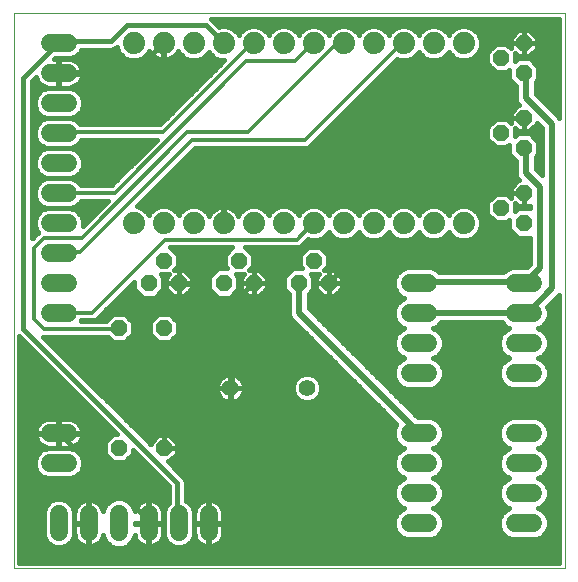
<source format=gbl>
G75*
%MOIN*%
%OFA0B0*%
%FSLAX25Y25*%
%IPPOS*%
%LPD*%
%AMOC8*
5,1,8,0,0,1.08239X$1,22.5*
%
%ADD10C,0.00000*%
%ADD11OC8,0.05200*%
%ADD12C,0.05543*%
%ADD13C,0.07400*%
%ADD14C,0.06000*%
%ADD15C,0.01600*%
%ADD16C,0.01200*%
%ADD17C,0.02000*%
D10*
X0001800Y0001800D02*
X0001800Y0186761D01*
X0185501Y0186761D01*
X0185501Y0001800D01*
X0001800Y0001800D01*
D11*
X0036800Y0041800D03*
X0051800Y0041800D03*
X0051800Y0081800D03*
X0036800Y0081800D03*
X0046800Y0096800D03*
X0051800Y0104300D03*
X0056800Y0096800D03*
X0071800Y0096800D03*
X0076800Y0104300D03*
X0081800Y0096800D03*
X0096800Y0096800D03*
X0101800Y0104300D03*
X0106800Y0096800D03*
X0164300Y0121800D03*
X0171800Y0116800D03*
X0171800Y0126800D03*
X0171800Y0141800D03*
X0164300Y0146800D03*
X0171800Y0151800D03*
X0171800Y0166800D03*
X0164300Y0171800D03*
X0171800Y0176800D03*
D12*
X0099595Y0061800D03*
X0074005Y0061800D03*
D13*
X0071800Y0116800D03*
X0081800Y0116800D03*
X0091800Y0116800D03*
X0101800Y0116800D03*
X0111800Y0116800D03*
X0121800Y0116800D03*
X0131800Y0116800D03*
X0141800Y0116800D03*
X0151800Y0116800D03*
X0151800Y0176800D03*
X0141800Y0176800D03*
X0131800Y0176800D03*
X0121800Y0176800D03*
X0111800Y0176800D03*
X0101800Y0176800D03*
X0091800Y0176800D03*
X0081800Y0176800D03*
X0071800Y0176800D03*
X0061800Y0176800D03*
X0051800Y0176800D03*
X0041800Y0176800D03*
X0041800Y0116800D03*
X0051800Y0116800D03*
X0061800Y0116800D03*
D14*
X0019800Y0116800D02*
X0013800Y0116800D01*
X0013800Y0106800D02*
X0019800Y0106800D01*
X0019800Y0096800D02*
X0013800Y0096800D01*
X0013800Y0086800D02*
X0019800Y0086800D01*
X0019800Y0126800D02*
X0013800Y0126800D01*
X0013800Y0136800D02*
X0019800Y0136800D01*
X0019800Y0146800D02*
X0013800Y0146800D01*
X0013800Y0156800D02*
X0019800Y0156800D01*
X0019800Y0166800D02*
X0013800Y0166800D01*
X0013800Y0176800D02*
X0019800Y0176800D01*
X0133800Y0096800D02*
X0139800Y0096800D01*
X0139800Y0086800D02*
X0133800Y0086800D01*
X0133800Y0076800D02*
X0139800Y0076800D01*
X0139800Y0066800D02*
X0133800Y0066800D01*
X0133800Y0046800D02*
X0139800Y0046800D01*
X0139800Y0036800D02*
X0133800Y0036800D01*
X0133800Y0026800D02*
X0139800Y0026800D01*
X0139800Y0016800D02*
X0133800Y0016800D01*
X0168800Y0016800D02*
X0174800Y0016800D01*
X0174800Y0026800D02*
X0168800Y0026800D01*
X0168800Y0036800D02*
X0174800Y0036800D01*
X0174800Y0046800D02*
X0168800Y0046800D01*
X0168800Y0066800D02*
X0174800Y0066800D01*
X0174800Y0076800D02*
X0168800Y0076800D01*
X0168800Y0086800D02*
X0174800Y0086800D01*
X0174800Y0096800D02*
X0168800Y0096800D01*
X0066800Y0019800D02*
X0066800Y0013800D01*
X0056800Y0013800D02*
X0056800Y0019800D01*
X0046800Y0019800D02*
X0046800Y0013800D01*
X0036800Y0013800D02*
X0036800Y0019800D01*
X0026800Y0019800D02*
X0026800Y0013800D01*
X0016800Y0013800D02*
X0016800Y0019800D01*
X0013800Y0036800D02*
X0019800Y0036800D01*
X0019800Y0046800D02*
X0013800Y0046800D01*
D15*
X0016600Y0046600D02*
X0009000Y0046600D01*
X0009000Y0046422D01*
X0009118Y0045676D01*
X0009352Y0044957D01*
X0009695Y0044284D01*
X0010139Y0043673D01*
X0010673Y0043139D01*
X0011284Y0042695D01*
X0011957Y0042352D01*
X0012676Y0042118D01*
X0013422Y0042000D01*
X0016600Y0042000D01*
X0016600Y0046600D01*
X0017000Y0046600D01*
X0017000Y0047000D01*
X0016600Y0047000D01*
X0016600Y0051600D01*
X0013422Y0051600D01*
X0012676Y0051482D01*
X0011957Y0051248D01*
X0011284Y0050905D01*
X0010673Y0050461D01*
X0010139Y0049927D01*
X0009695Y0049316D01*
X0009352Y0048643D01*
X0009118Y0047924D01*
X0009000Y0047178D01*
X0009000Y0047000D01*
X0016600Y0047000D01*
X0016600Y0046600D01*
X0016600Y0046447D02*
X0017000Y0046447D01*
X0017000Y0046600D02*
X0017000Y0042000D01*
X0020178Y0042000D01*
X0020924Y0042118D01*
X0021643Y0042352D01*
X0022316Y0042695D01*
X0022927Y0043139D01*
X0023461Y0043673D01*
X0023905Y0044284D01*
X0024248Y0044957D01*
X0024482Y0045676D01*
X0024600Y0046422D01*
X0024600Y0046600D01*
X0017000Y0046600D01*
X0017175Y0046500D02*
X0016800Y0046800D01*
X0017000Y0047000D02*
X0017000Y0051600D01*
X0020178Y0051600D01*
X0020924Y0051482D01*
X0021643Y0051248D01*
X0022316Y0050905D01*
X0022927Y0050461D01*
X0023461Y0049927D01*
X0023905Y0049316D01*
X0024248Y0048643D01*
X0024482Y0047924D01*
X0024600Y0047178D01*
X0024600Y0047000D01*
X0017000Y0047000D01*
X0017175Y0046500D02*
X0026625Y0037050D01*
X0026625Y0025575D01*
X0038775Y0025575D01*
X0046200Y0018150D01*
X0046200Y0016800D01*
X0046800Y0016800D01*
X0047000Y0016600D02*
X0047000Y0017000D01*
X0051600Y0017000D01*
X0051600Y0020178D01*
X0051482Y0020924D01*
X0051248Y0021643D01*
X0050905Y0022316D01*
X0050461Y0022927D01*
X0049927Y0023461D01*
X0049316Y0023905D01*
X0048643Y0024248D01*
X0047924Y0024482D01*
X0047178Y0024600D01*
X0047000Y0024600D01*
X0047000Y0017000D01*
X0046600Y0017000D01*
X0046600Y0024600D01*
X0046422Y0024600D01*
X0045676Y0024482D01*
X0044957Y0024248D01*
X0044284Y0023905D01*
X0043673Y0023461D01*
X0043139Y0022927D01*
X0042695Y0022316D01*
X0042352Y0021643D01*
X0042118Y0020924D01*
X0042100Y0020809D01*
X0042100Y0020854D01*
X0041293Y0022802D01*
X0039802Y0024293D01*
X0037854Y0025100D01*
X0035746Y0025100D01*
X0033798Y0024293D01*
X0032307Y0022802D01*
X0031500Y0020854D01*
X0031500Y0020809D01*
X0031482Y0020924D01*
X0031248Y0021643D01*
X0030905Y0022316D01*
X0030461Y0022927D01*
X0029927Y0023461D01*
X0029316Y0023905D01*
X0028643Y0024248D01*
X0027924Y0024482D01*
X0027178Y0024600D01*
X0027000Y0024600D01*
X0027000Y0017000D01*
X0026600Y0017000D01*
X0026600Y0024600D01*
X0026422Y0024600D01*
X0025676Y0024482D01*
X0024957Y0024248D01*
X0024284Y0023905D01*
X0023673Y0023461D01*
X0023139Y0022927D01*
X0022695Y0022316D01*
X0022352Y0021643D01*
X0022118Y0020924D01*
X0022000Y0020178D01*
X0022000Y0017000D01*
X0026600Y0017000D01*
X0026600Y0016600D01*
X0027000Y0016600D01*
X0027000Y0009000D01*
X0027178Y0009000D01*
X0027924Y0009118D01*
X0028643Y0009352D01*
X0029316Y0009695D01*
X0029927Y0010139D01*
X0030461Y0010673D01*
X0030905Y0011284D01*
X0031248Y0011957D01*
X0031482Y0012676D01*
X0031500Y0012791D01*
X0031500Y0012746D01*
X0032307Y0010798D01*
X0033798Y0009307D01*
X0035746Y0008500D01*
X0037854Y0008500D01*
X0039802Y0009307D01*
X0041293Y0010798D01*
X0042100Y0012746D01*
X0042100Y0012791D01*
X0042118Y0012676D01*
X0042352Y0011957D01*
X0042695Y0011284D01*
X0043139Y0010673D01*
X0043673Y0010139D01*
X0044284Y0009695D01*
X0044957Y0009352D01*
X0045676Y0009118D01*
X0046422Y0009000D01*
X0046600Y0009000D01*
X0046600Y0016600D01*
X0047000Y0016600D01*
X0051600Y0016600D01*
X0051600Y0013422D01*
X0051482Y0012676D01*
X0051248Y0011957D01*
X0050905Y0011284D01*
X0050461Y0010673D01*
X0049927Y0010139D01*
X0049316Y0009695D01*
X0048643Y0009352D01*
X0047924Y0009118D01*
X0047178Y0009000D01*
X0047000Y0009000D01*
X0047000Y0016600D01*
X0046600Y0016600D02*
X0042100Y0016600D01*
X0042100Y0017000D01*
X0046600Y0017000D01*
X0046600Y0016600D01*
X0046600Y0016075D02*
X0047000Y0016075D01*
X0047000Y0017673D02*
X0046600Y0017673D01*
X0046600Y0019272D02*
X0047000Y0019272D01*
X0047000Y0020870D02*
X0046600Y0020870D01*
X0046600Y0022469D02*
X0047000Y0022469D01*
X0047000Y0024068D02*
X0046600Y0024068D01*
X0044603Y0024068D02*
X0040028Y0024068D01*
X0041431Y0022469D02*
X0042806Y0022469D01*
X0042110Y0020870D02*
X0042093Y0020870D01*
X0048997Y0024068D02*
X0053525Y0024068D01*
X0053525Y0023596D02*
X0052561Y0022632D01*
X0051800Y0020795D01*
X0051800Y0012805D01*
X0052561Y0010968D01*
X0053968Y0009561D01*
X0055805Y0008800D01*
X0057795Y0008800D01*
X0059632Y0009561D01*
X0061039Y0010968D01*
X0061800Y0012805D01*
X0061800Y0020795D01*
X0061039Y0022632D01*
X0059632Y0024039D01*
X0059125Y0024249D01*
X0059125Y0030857D01*
X0058699Y0031886D01*
X0053185Y0037400D01*
X0053623Y0037400D01*
X0056200Y0039977D01*
X0056200Y0041800D01*
X0056200Y0043623D01*
X0053623Y0046200D01*
X0051800Y0046200D01*
X0051800Y0041800D01*
X0051800Y0041800D01*
X0056200Y0041800D01*
X0051800Y0041800D01*
X0051800Y0041800D01*
X0051800Y0046200D01*
X0049977Y0046200D01*
X0047400Y0043623D01*
X0047400Y0043185D01*
X0011585Y0079000D01*
X0033095Y0079000D01*
X0034895Y0077200D01*
X0038705Y0077200D01*
X0041400Y0079895D01*
X0041400Y0083705D01*
X0038705Y0086400D01*
X0034895Y0086400D01*
X0032695Y0084200D01*
X0024135Y0084200D01*
X0024218Y0084400D01*
X0028492Y0084400D01*
X0029448Y0084796D01*
X0041900Y0097248D01*
X0041900Y0094770D01*
X0044770Y0091900D01*
X0048830Y0091900D01*
X0051700Y0094770D01*
X0051700Y0098830D01*
X0050830Y0099700D01*
X0053477Y0099700D01*
X0052400Y0098623D01*
X0052400Y0096800D01*
X0056800Y0096800D01*
X0057000Y0096450D01*
X0065100Y0096450D01*
X0069825Y0091725D01*
X0074550Y0091725D01*
X0074550Y0062025D01*
X0074005Y0061800D01*
X0074091Y0061886D02*
X0078576Y0061886D01*
X0078576Y0062160D01*
X0078464Y0062871D01*
X0078241Y0063555D01*
X0077915Y0064196D01*
X0077492Y0064778D01*
X0076983Y0065287D01*
X0076401Y0065710D01*
X0075760Y0066037D01*
X0075075Y0066259D01*
X0074365Y0066372D01*
X0074091Y0066372D01*
X0074091Y0061886D01*
X0074091Y0061714D01*
X0078576Y0061714D01*
X0078576Y0061440D01*
X0078464Y0060729D01*
X0078241Y0060045D01*
X0077915Y0059404D01*
X0077492Y0058822D01*
X0076983Y0058313D01*
X0076401Y0057890D01*
X0075760Y0057563D01*
X0075075Y0057341D01*
X0074365Y0057228D01*
X0074091Y0057228D01*
X0074091Y0061714D01*
X0073919Y0061714D01*
X0073919Y0057228D01*
X0073645Y0057228D01*
X0072934Y0057341D01*
X0072250Y0057563D01*
X0071609Y0057890D01*
X0071026Y0058313D01*
X0070518Y0058822D01*
X0070095Y0059404D01*
X0069768Y0060045D01*
X0069546Y0060729D01*
X0069433Y0061440D01*
X0069433Y0061714D01*
X0073919Y0061714D01*
X0073919Y0061886D01*
X0073919Y0066372D01*
X0073645Y0066372D01*
X0072934Y0066259D01*
X0072250Y0066037D01*
X0071609Y0065710D01*
X0071026Y0065287D01*
X0070518Y0064778D01*
X0070095Y0064196D01*
X0069768Y0063555D01*
X0069546Y0062871D01*
X0069433Y0062160D01*
X0069433Y0061886D01*
X0073919Y0061886D01*
X0074091Y0061886D01*
X0074091Y0062432D02*
X0073919Y0062432D01*
X0073919Y0064030D02*
X0074091Y0064030D01*
X0074091Y0065629D02*
X0073919Y0065629D01*
X0076513Y0065629D02*
X0096676Y0065629D01*
X0096892Y0065845D02*
X0095550Y0064503D01*
X0094824Y0062749D01*
X0094824Y0060851D01*
X0095550Y0059097D01*
X0096892Y0057755D01*
X0098646Y0057028D01*
X0100544Y0057028D01*
X0102298Y0057755D01*
X0103640Y0059097D01*
X0104367Y0060851D01*
X0104367Y0062749D01*
X0103640Y0064503D01*
X0102298Y0065845D01*
X0100544Y0066572D01*
X0098646Y0066572D01*
X0096892Y0065845D01*
X0095354Y0064030D02*
X0077999Y0064030D01*
X0078533Y0062432D02*
X0094824Y0062432D01*
X0094831Y0060833D02*
X0078480Y0060833D01*
X0077792Y0059235D02*
X0095493Y0059235D01*
X0097179Y0057636D02*
X0075903Y0057636D01*
X0074091Y0057636D02*
X0073919Y0057636D01*
X0073919Y0059235D02*
X0074091Y0059235D01*
X0074091Y0060833D02*
X0073919Y0060833D01*
X0072107Y0057636D02*
X0032949Y0057636D01*
X0034547Y0056038D02*
X0123120Y0056038D01*
X0121522Y0057636D02*
X0102012Y0057636D01*
X0103698Y0059235D02*
X0119923Y0059235D01*
X0118325Y0060833D02*
X0104360Y0060833D01*
X0104367Y0062432D02*
X0116726Y0062432D01*
X0115128Y0064030D02*
X0103836Y0064030D01*
X0102515Y0065629D02*
X0113529Y0065629D01*
X0111931Y0067227D02*
X0023357Y0067227D01*
X0021759Y0068826D02*
X0110332Y0068826D01*
X0108734Y0070424D02*
X0020160Y0070424D01*
X0018562Y0072023D02*
X0107135Y0072023D01*
X0105537Y0073621D02*
X0016963Y0073621D01*
X0015365Y0075220D02*
X0103938Y0075220D01*
X0102340Y0076818D02*
X0013766Y0076818D01*
X0012168Y0078417D02*
X0033678Y0078417D01*
X0033306Y0084811D02*
X0029463Y0084811D01*
X0031061Y0086409D02*
X0093525Y0086409D01*
X0093525Y0086344D02*
X0094027Y0085131D01*
X0129331Y0049827D01*
X0129307Y0049802D01*
X0128500Y0047854D01*
X0128500Y0045746D01*
X0129307Y0043798D01*
X0130798Y0042307D01*
X0132022Y0041800D01*
X0130798Y0041293D01*
X0129307Y0039802D01*
X0128500Y0037854D01*
X0128500Y0035746D01*
X0129307Y0033798D01*
X0130798Y0032307D01*
X0132022Y0031800D01*
X0130798Y0031293D01*
X0129307Y0029802D01*
X0128500Y0027854D01*
X0128500Y0025746D01*
X0129307Y0023798D01*
X0130798Y0022307D01*
X0132022Y0021800D01*
X0130798Y0021293D01*
X0129307Y0019802D01*
X0128500Y0017854D01*
X0128500Y0015746D01*
X0129307Y0013798D01*
X0130798Y0012307D01*
X0132746Y0011500D01*
X0140854Y0011500D01*
X0142802Y0012307D01*
X0144293Y0013798D01*
X0145100Y0015746D01*
X0145100Y0017854D01*
X0144293Y0019802D01*
X0142802Y0021293D01*
X0141578Y0021800D01*
X0142802Y0022307D01*
X0144293Y0023798D01*
X0145100Y0025746D01*
X0145100Y0027854D01*
X0144293Y0029802D01*
X0142802Y0031293D01*
X0141578Y0031800D01*
X0142802Y0032307D01*
X0144293Y0033798D01*
X0145100Y0035746D01*
X0145100Y0037854D01*
X0144293Y0039802D01*
X0142802Y0041293D01*
X0141578Y0041800D01*
X0142802Y0042307D01*
X0144293Y0043798D01*
X0145100Y0045746D01*
X0145100Y0047854D01*
X0144293Y0049802D01*
X0142802Y0051293D01*
X0140854Y0052100D01*
X0136392Y0052100D01*
X0100125Y0088367D01*
X0100125Y0093195D01*
X0101700Y0094770D01*
X0101700Y0098830D01*
X0100830Y0099700D01*
X0103477Y0099700D01*
X0102400Y0098623D01*
X0102400Y0096800D01*
X0106800Y0096800D01*
X0106950Y0097125D01*
X0112350Y0102525D01*
X0146100Y0102525D01*
X0157575Y0114000D01*
X0157575Y0122100D01*
X0162300Y0126825D01*
X0171750Y0126825D01*
X0171800Y0126800D01*
X0171800Y0126800D01*
X0167400Y0126800D01*
X0167400Y0128623D01*
X0169977Y0131200D01*
X0170133Y0131200D01*
X0169627Y0131706D01*
X0169125Y0132919D01*
X0169125Y0137545D01*
X0166900Y0139770D01*
X0166900Y0142895D01*
X0166205Y0142200D01*
X0162395Y0142200D01*
X0159700Y0144895D01*
X0159700Y0148705D01*
X0162395Y0151400D01*
X0166205Y0151400D01*
X0167400Y0150205D01*
X0167400Y0151800D01*
X0171800Y0151800D01*
X0171800Y0151800D01*
X0171800Y0147400D01*
X0173623Y0147400D01*
X0176200Y0149977D01*
X0176200Y0150108D01*
X0177900Y0148408D01*
X0177900Y0132767D01*
X0175725Y0134942D01*
X0175725Y0138795D01*
X0176700Y0139770D01*
X0176700Y0143830D01*
X0173830Y0146700D01*
X0169770Y0146700D01*
X0168900Y0145830D01*
X0168900Y0148477D01*
X0169977Y0147400D01*
X0171800Y0147400D01*
X0171800Y0151800D01*
X0171800Y0151800D01*
X0167400Y0151800D01*
X0167400Y0153623D01*
X0169977Y0156200D01*
X0170108Y0156200D01*
X0169627Y0156681D01*
X0169125Y0157894D01*
X0169125Y0162545D01*
X0166900Y0164770D01*
X0166900Y0167895D01*
X0166205Y0167200D01*
X0162395Y0167200D01*
X0159700Y0169895D01*
X0159700Y0173705D01*
X0162395Y0176400D01*
X0166205Y0176400D01*
X0167400Y0175205D01*
X0167400Y0176800D01*
X0171800Y0176800D01*
X0171800Y0176800D01*
X0171800Y0181200D01*
X0173623Y0181200D01*
X0176200Y0178623D01*
X0176200Y0176800D01*
X0171800Y0176800D01*
X0171800Y0176800D01*
X0171800Y0176800D01*
X0171800Y0181200D01*
X0169977Y0181200D01*
X0167400Y0178623D01*
X0167400Y0176800D01*
X0171800Y0176800D01*
X0176200Y0176800D01*
X0176200Y0174977D01*
X0173623Y0172400D01*
X0171800Y0172400D01*
X0171800Y0176800D01*
X0171800Y0176800D01*
X0171800Y0172400D01*
X0169977Y0172400D01*
X0168900Y0173477D01*
X0168900Y0170830D01*
X0169770Y0171700D01*
X0173830Y0171700D01*
X0176700Y0168830D01*
X0176700Y0164770D01*
X0175725Y0163795D01*
X0175725Y0159917D01*
X0183069Y0152573D01*
X0183701Y0151941D01*
X0183701Y0184961D01*
X0067624Y0184961D01*
X0070255Y0182330D01*
X0070666Y0182500D01*
X0072934Y0182500D01*
X0075029Y0181632D01*
X0076632Y0180029D01*
X0076800Y0179624D01*
X0076968Y0180029D01*
X0078571Y0181632D01*
X0080666Y0182500D01*
X0082934Y0182500D01*
X0085029Y0181632D01*
X0086632Y0180029D01*
X0086800Y0179624D01*
X0086968Y0180029D01*
X0088571Y0181632D01*
X0090666Y0182500D01*
X0092934Y0182500D01*
X0095029Y0181632D01*
X0096632Y0180029D01*
X0096800Y0179624D01*
X0096968Y0180029D01*
X0098571Y0181632D01*
X0100666Y0182500D01*
X0102934Y0182500D01*
X0105029Y0181632D01*
X0106632Y0180029D01*
X0106800Y0179624D01*
X0106968Y0180029D01*
X0108571Y0181632D01*
X0110666Y0182500D01*
X0112934Y0182500D01*
X0115029Y0181632D01*
X0116632Y0180029D01*
X0116800Y0179624D01*
X0116968Y0180029D01*
X0118571Y0181632D01*
X0120666Y0182500D01*
X0122934Y0182500D01*
X0125029Y0181632D01*
X0126632Y0180029D01*
X0126800Y0179624D01*
X0126968Y0180029D01*
X0128571Y0181632D01*
X0130666Y0182500D01*
X0132934Y0182500D01*
X0135029Y0181632D01*
X0136632Y0180029D01*
X0136800Y0179624D01*
X0136968Y0180029D01*
X0138571Y0181632D01*
X0140666Y0182500D01*
X0142934Y0182500D01*
X0145029Y0181632D01*
X0146632Y0180029D01*
X0146800Y0179624D01*
X0146968Y0180029D01*
X0148571Y0181632D01*
X0150666Y0182500D01*
X0152934Y0182500D01*
X0155029Y0181632D01*
X0156632Y0180029D01*
X0157500Y0177934D01*
X0157500Y0175666D01*
X0156632Y0173571D01*
X0155029Y0171968D01*
X0152934Y0171100D01*
X0150666Y0171100D01*
X0148571Y0171968D01*
X0146968Y0173571D01*
X0146800Y0173976D01*
X0146632Y0173571D01*
X0145029Y0171968D01*
X0142934Y0171100D01*
X0140666Y0171100D01*
X0138571Y0171968D01*
X0136968Y0173571D01*
X0136800Y0173976D01*
X0136632Y0173571D01*
X0135029Y0171968D01*
X0132934Y0171100D01*
X0130666Y0171100D01*
X0129666Y0171514D01*
X0100323Y0142171D01*
X0099367Y0141775D01*
X0062127Y0141775D01*
X0042852Y0122500D01*
X0042934Y0122500D01*
X0045029Y0121632D01*
X0046632Y0120029D01*
X0046800Y0119624D01*
X0046968Y0120029D01*
X0048571Y0121632D01*
X0050666Y0122500D01*
X0052934Y0122500D01*
X0055029Y0121632D01*
X0056632Y0120029D01*
X0056800Y0119624D01*
X0056968Y0120029D01*
X0058571Y0121632D01*
X0060666Y0122500D01*
X0062934Y0122500D01*
X0065029Y0121632D01*
X0066632Y0120029D01*
X0066919Y0119336D01*
X0067096Y0119683D01*
X0067605Y0120383D01*
X0068217Y0120995D01*
X0068917Y0121504D01*
X0069689Y0121897D01*
X0070512Y0122165D01*
X0071367Y0122300D01*
X0071600Y0122300D01*
X0071600Y0117000D01*
X0072000Y0117000D01*
X0072000Y0122300D01*
X0072233Y0122300D01*
X0073088Y0122165D01*
X0073911Y0121897D01*
X0074683Y0121504D01*
X0075383Y0120995D01*
X0075995Y0120383D01*
X0076504Y0119683D01*
X0076681Y0119336D01*
X0076968Y0120029D01*
X0078571Y0121632D01*
X0080666Y0122500D01*
X0082934Y0122500D01*
X0085029Y0121632D01*
X0086632Y0120029D01*
X0086800Y0119624D01*
X0086968Y0120029D01*
X0088571Y0121632D01*
X0090666Y0122500D01*
X0092934Y0122500D01*
X0095029Y0121632D01*
X0096632Y0120029D01*
X0096800Y0119624D01*
X0096968Y0120029D01*
X0098571Y0121632D01*
X0100666Y0122500D01*
X0102934Y0122500D01*
X0105029Y0121632D01*
X0106632Y0120029D01*
X0106800Y0119624D01*
X0106968Y0120029D01*
X0108571Y0121632D01*
X0110666Y0122500D01*
X0112934Y0122500D01*
X0115029Y0121632D01*
X0116632Y0120029D01*
X0116800Y0119624D01*
X0116968Y0120029D01*
X0118571Y0121632D01*
X0120666Y0122500D01*
X0122934Y0122500D01*
X0125029Y0121632D01*
X0126632Y0120029D01*
X0126800Y0119624D01*
X0126968Y0120029D01*
X0128571Y0121632D01*
X0130666Y0122500D01*
X0132934Y0122500D01*
X0135029Y0121632D01*
X0136632Y0120029D01*
X0136800Y0119624D01*
X0136968Y0120029D01*
X0138571Y0121632D01*
X0140666Y0122500D01*
X0142934Y0122500D01*
X0145029Y0121632D01*
X0146632Y0120029D01*
X0146800Y0119624D01*
X0146968Y0120029D01*
X0148571Y0121632D01*
X0150666Y0122500D01*
X0152934Y0122500D01*
X0155029Y0121632D01*
X0156632Y0120029D01*
X0157500Y0117934D01*
X0157500Y0115666D01*
X0156632Y0113571D01*
X0155029Y0111968D01*
X0152934Y0111100D01*
X0150666Y0111100D01*
X0148571Y0111968D01*
X0146968Y0113571D01*
X0146800Y0113976D01*
X0146632Y0113571D01*
X0145029Y0111968D01*
X0142934Y0111100D01*
X0140666Y0111100D01*
X0138571Y0111968D01*
X0136968Y0113571D01*
X0136800Y0113976D01*
X0136632Y0113571D01*
X0135029Y0111968D01*
X0132934Y0111100D01*
X0130666Y0111100D01*
X0128571Y0111968D01*
X0126968Y0113571D01*
X0126800Y0113976D01*
X0126632Y0113571D01*
X0125029Y0111968D01*
X0122934Y0111100D01*
X0120666Y0111100D01*
X0118571Y0111968D01*
X0116968Y0113571D01*
X0116800Y0113976D01*
X0116632Y0113571D01*
X0115029Y0111968D01*
X0112934Y0111100D01*
X0110666Y0111100D01*
X0108571Y0111968D01*
X0106968Y0113571D01*
X0106800Y0113976D01*
X0106632Y0113571D01*
X0105029Y0111968D01*
X0102934Y0111100D01*
X0100666Y0111100D01*
X0099931Y0111404D01*
X0097623Y0109096D01*
X0096667Y0108700D01*
X0078905Y0108700D01*
X0081400Y0106205D01*
X0081400Y0102395D01*
X0080205Y0101200D01*
X0081800Y0101200D01*
X0083623Y0101200D01*
X0086200Y0098623D01*
X0086200Y0096800D01*
X0081800Y0096800D01*
X0081300Y0096450D01*
X0076575Y0091725D01*
X0074550Y0091725D01*
X0073830Y0091900D02*
X0076700Y0094770D01*
X0076700Y0098830D01*
X0075830Y0099700D01*
X0078477Y0099700D01*
X0077400Y0098623D01*
X0077400Y0096800D01*
X0081800Y0096800D01*
X0081800Y0096800D01*
X0081800Y0096800D01*
X0081800Y0101200D01*
X0081800Y0096800D01*
X0086200Y0096800D01*
X0086200Y0094977D01*
X0083623Y0092400D01*
X0081800Y0092400D01*
X0081800Y0096800D01*
X0081800Y0096800D01*
X0081800Y0096800D01*
X0081800Y0092400D01*
X0079977Y0092400D01*
X0077400Y0094977D01*
X0077400Y0096800D01*
X0081800Y0096800D01*
X0081800Y0097599D02*
X0081800Y0097599D01*
X0081800Y0096001D02*
X0081800Y0096001D01*
X0081800Y0094402D02*
X0081800Y0094402D01*
X0081800Y0092803D02*
X0081800Y0092803D01*
X0084026Y0092803D02*
X0093525Y0092803D01*
X0093525Y0093145D02*
X0093525Y0086344D01*
X0093525Y0088008D02*
X0032660Y0088008D01*
X0034258Y0089606D02*
X0093525Y0089606D01*
X0093525Y0091205D02*
X0035857Y0091205D01*
X0037455Y0092803D02*
X0043867Y0092803D01*
X0042268Y0094402D02*
X0039054Y0094402D01*
X0040652Y0096001D02*
X0041900Y0096001D01*
X0049733Y0092803D02*
X0054574Y0092803D01*
X0054977Y0092400D02*
X0052400Y0094977D01*
X0052400Y0096800D01*
X0056800Y0096800D01*
X0056800Y0096800D01*
X0056800Y0101200D01*
X0058623Y0101200D01*
X0061200Y0098623D01*
X0061200Y0096800D01*
X0056800Y0096800D01*
X0056800Y0096800D01*
X0056800Y0101200D01*
X0055205Y0101200D01*
X0056400Y0102395D01*
X0056400Y0106205D01*
X0053905Y0108700D01*
X0074695Y0108700D01*
X0072200Y0106205D01*
X0072200Y0102395D01*
X0072895Y0101700D01*
X0069770Y0101700D01*
X0066900Y0098830D01*
X0066900Y0094770D01*
X0069770Y0091900D01*
X0073830Y0091900D01*
X0074733Y0092803D02*
X0079574Y0092803D01*
X0077975Y0094402D02*
X0076332Y0094402D01*
X0076700Y0096001D02*
X0077400Y0096001D01*
X0077400Y0097599D02*
X0076700Y0097599D01*
X0076332Y0099198D02*
X0077975Y0099198D01*
X0081800Y0099198D02*
X0081800Y0099198D01*
X0081800Y0100796D02*
X0081800Y0100796D01*
X0081400Y0102395D02*
X0097200Y0102395D01*
X0097895Y0101700D01*
X0094770Y0101700D01*
X0091900Y0098830D01*
X0091900Y0094770D01*
X0093525Y0093145D01*
X0092268Y0094402D02*
X0085625Y0094402D01*
X0086200Y0096001D02*
X0091900Y0096001D01*
X0091900Y0097599D02*
X0086200Y0097599D01*
X0085625Y0099198D02*
X0092268Y0099198D01*
X0093866Y0100796D02*
X0084026Y0100796D01*
X0081400Y0103993D02*
X0097200Y0103993D01*
X0097200Y0102395D02*
X0097200Y0106205D01*
X0099895Y0108900D01*
X0103705Y0108900D01*
X0106400Y0106205D01*
X0106400Y0102395D01*
X0105205Y0101200D01*
X0106800Y0101200D01*
X0106800Y0096800D01*
X0106800Y0096800D01*
X0111200Y0096800D01*
X0111200Y0098623D01*
X0108623Y0101200D01*
X0106800Y0101200D01*
X0106800Y0096800D01*
X0106800Y0096800D01*
X0111200Y0096800D01*
X0111200Y0094977D01*
X0108623Y0092400D01*
X0106800Y0092400D01*
X0106800Y0096800D01*
X0106800Y0096800D01*
X0106800Y0096800D01*
X0106800Y0092400D01*
X0104977Y0092400D01*
X0102400Y0094977D01*
X0102400Y0096800D01*
X0106800Y0096800D01*
X0106800Y0097599D02*
X0106800Y0097599D01*
X0106800Y0096001D02*
X0106800Y0096001D01*
X0106800Y0094402D02*
X0106800Y0094402D01*
X0106800Y0092803D02*
X0106800Y0092803D01*
X0109026Y0092803D02*
X0130301Y0092803D01*
X0130798Y0092307D02*
X0132022Y0091800D01*
X0130798Y0091293D01*
X0129307Y0089802D01*
X0128500Y0087854D01*
X0128500Y0085746D01*
X0129307Y0083798D01*
X0130798Y0082307D01*
X0132022Y0081800D01*
X0130798Y0081293D01*
X0129307Y0079802D01*
X0128500Y0077854D01*
X0128500Y0075746D01*
X0129307Y0073798D01*
X0130798Y0072307D01*
X0132022Y0071800D01*
X0130798Y0071293D01*
X0129307Y0069802D01*
X0128500Y0067854D01*
X0128500Y0065746D01*
X0129307Y0063798D01*
X0130798Y0062307D01*
X0132746Y0061500D01*
X0140854Y0061500D01*
X0142802Y0062307D01*
X0144293Y0063798D01*
X0145100Y0065746D01*
X0145100Y0067854D01*
X0144293Y0069802D01*
X0142802Y0071293D01*
X0141578Y0071800D01*
X0142802Y0072307D01*
X0144293Y0073798D01*
X0145100Y0075746D01*
X0145100Y0077854D01*
X0144293Y0079802D01*
X0142802Y0081293D01*
X0141578Y0081800D01*
X0142802Y0082307D01*
X0144195Y0083700D01*
X0164405Y0083700D01*
X0165798Y0082307D01*
X0167022Y0081800D01*
X0165798Y0081293D01*
X0164307Y0079802D01*
X0163500Y0077854D01*
X0163500Y0075746D01*
X0164307Y0073798D01*
X0165798Y0072307D01*
X0167022Y0071800D01*
X0165798Y0071293D01*
X0164307Y0069802D01*
X0163500Y0067854D01*
X0163500Y0065746D01*
X0164307Y0063798D01*
X0165798Y0062307D01*
X0167746Y0061500D01*
X0175854Y0061500D01*
X0177802Y0062307D01*
X0179293Y0063798D01*
X0180100Y0065746D01*
X0180100Y0067854D01*
X0179293Y0069802D01*
X0177802Y0071293D01*
X0176578Y0071800D01*
X0177802Y0072307D01*
X0179293Y0073798D01*
X0180100Y0075746D01*
X0180100Y0077854D01*
X0179293Y0079802D01*
X0177802Y0081293D01*
X0176578Y0081800D01*
X0177802Y0082307D01*
X0179293Y0083798D01*
X0180100Y0085746D01*
X0180100Y0087854D01*
X0179667Y0088900D01*
X0183701Y0092934D01*
X0183701Y0003600D01*
X0003600Y0003600D01*
X0003600Y0079065D01*
X0036265Y0046400D01*
X0034895Y0046400D01*
X0032200Y0043705D01*
X0032200Y0039895D01*
X0034895Y0037200D01*
X0038705Y0037200D01*
X0041400Y0039895D01*
X0041400Y0041265D01*
X0053525Y0029140D01*
X0053525Y0023596D01*
X0052494Y0022469D02*
X0050794Y0022469D01*
X0051490Y0020870D02*
X0051831Y0020870D01*
X0051800Y0019272D02*
X0051600Y0019272D01*
X0051600Y0017673D02*
X0051800Y0017673D01*
X0051800Y0016075D02*
X0051600Y0016075D01*
X0051600Y0014476D02*
X0051800Y0014476D01*
X0051800Y0012878D02*
X0051514Y0012878D01*
X0050902Y0011279D02*
X0052432Y0011279D01*
X0053848Y0009681D02*
X0049289Y0009681D01*
X0047000Y0009681D02*
X0046600Y0009681D01*
X0046600Y0011279D02*
X0047000Y0011279D01*
X0047000Y0012878D02*
X0046600Y0012878D01*
X0046600Y0014476D02*
X0047000Y0014476D01*
X0042698Y0011279D02*
X0041493Y0011279D01*
X0040176Y0009681D02*
X0044311Y0009681D01*
X0033424Y0009681D02*
X0029289Y0009681D01*
X0030902Y0011279D02*
X0032107Y0011279D01*
X0027000Y0011279D02*
X0026600Y0011279D01*
X0026600Y0009681D02*
X0027000Y0009681D01*
X0026600Y0009000D02*
X0026600Y0016600D01*
X0022000Y0016600D01*
X0022000Y0013422D01*
X0022118Y0012676D01*
X0022352Y0011957D01*
X0022695Y0011284D01*
X0023139Y0010673D01*
X0023673Y0010139D01*
X0024284Y0009695D01*
X0024957Y0009352D01*
X0025676Y0009118D01*
X0026422Y0009000D01*
X0026600Y0009000D01*
X0024311Y0009681D02*
X0019752Y0009681D01*
X0019632Y0009561D02*
X0021039Y0010968D01*
X0021800Y0012805D01*
X0021800Y0020795D01*
X0021039Y0022632D01*
X0019632Y0024039D01*
X0017795Y0024800D01*
X0015805Y0024800D01*
X0013968Y0024039D01*
X0012561Y0022632D01*
X0011800Y0020795D01*
X0011800Y0012805D01*
X0012561Y0010968D01*
X0013968Y0009561D01*
X0015805Y0008800D01*
X0017795Y0008800D01*
X0019632Y0009561D01*
X0021168Y0011279D02*
X0022698Y0011279D01*
X0022086Y0012878D02*
X0021800Y0012878D01*
X0021800Y0014476D02*
X0022000Y0014476D01*
X0022000Y0016075D02*
X0021800Y0016075D01*
X0021800Y0017673D02*
X0022000Y0017673D01*
X0022000Y0019272D02*
X0021800Y0019272D01*
X0021769Y0020870D02*
X0022110Y0020870D01*
X0022806Y0022469D02*
X0021106Y0022469D01*
X0019563Y0024068D02*
X0024603Y0024068D01*
X0026600Y0024068D02*
X0027000Y0024068D01*
X0026625Y0025575D02*
X0026625Y0016800D01*
X0026800Y0016800D01*
X0026600Y0016075D02*
X0027000Y0016075D01*
X0027000Y0017673D02*
X0026600Y0017673D01*
X0026600Y0019272D02*
X0027000Y0019272D01*
X0027000Y0020870D02*
X0026600Y0020870D01*
X0026600Y0022469D02*
X0027000Y0022469D01*
X0028997Y0024068D02*
X0033572Y0024068D01*
X0032169Y0022469D02*
X0030794Y0022469D01*
X0031490Y0020870D02*
X0031507Y0020870D01*
X0027000Y0014476D02*
X0026600Y0014476D01*
X0026600Y0012878D02*
X0027000Y0012878D01*
X0013848Y0009681D02*
X0003600Y0009681D01*
X0003600Y0011279D02*
X0012432Y0011279D01*
X0011800Y0012878D02*
X0003600Y0012878D01*
X0003600Y0014476D02*
X0011800Y0014476D01*
X0011800Y0016075D02*
X0003600Y0016075D01*
X0003600Y0017673D02*
X0011800Y0017673D01*
X0011800Y0019272D02*
X0003600Y0019272D01*
X0003600Y0020870D02*
X0011831Y0020870D01*
X0012494Y0022469D02*
X0003600Y0022469D01*
X0003600Y0024068D02*
X0014037Y0024068D01*
X0012805Y0031800D02*
X0020795Y0031800D01*
X0022632Y0032561D01*
X0024039Y0033968D01*
X0024800Y0035805D01*
X0024800Y0037795D01*
X0024039Y0039632D01*
X0022632Y0041039D01*
X0020795Y0041800D01*
X0012805Y0041800D01*
X0010968Y0041039D01*
X0009561Y0039632D01*
X0008800Y0037795D01*
X0008800Y0035805D01*
X0009561Y0033968D01*
X0010968Y0032561D01*
X0012805Y0031800D01*
X0012178Y0032060D02*
X0003600Y0032060D01*
X0003600Y0030462D02*
X0052204Y0030462D01*
X0053525Y0028863D02*
X0003600Y0028863D01*
X0003600Y0027265D02*
X0053525Y0027265D01*
X0053525Y0025666D02*
X0003600Y0025666D01*
X0003600Y0033659D02*
X0009870Y0033659D01*
X0009027Y0035257D02*
X0003600Y0035257D01*
X0003600Y0036856D02*
X0008800Y0036856D01*
X0009073Y0038454D02*
X0003600Y0038454D01*
X0003600Y0040053D02*
X0009982Y0040053D01*
X0012446Y0041651D02*
X0003600Y0041651D01*
X0003600Y0043250D02*
X0010562Y0043250D01*
X0009407Y0044848D02*
X0003600Y0044848D01*
X0003600Y0046447D02*
X0009000Y0046447D01*
X0009158Y0048045D02*
X0003600Y0048045D01*
X0003600Y0049644D02*
X0009933Y0049644D01*
X0011945Y0051242D02*
X0003600Y0051242D01*
X0003600Y0052841D02*
X0029824Y0052841D01*
X0028226Y0054439D02*
X0003600Y0054439D01*
X0003600Y0056038D02*
X0026627Y0056038D01*
X0025029Y0057636D02*
X0003600Y0057636D01*
X0003600Y0059235D02*
X0023430Y0059235D01*
X0021832Y0060833D02*
X0003600Y0060833D01*
X0003600Y0062432D02*
X0020233Y0062432D01*
X0018635Y0064030D02*
X0003600Y0064030D01*
X0003600Y0065629D02*
X0017036Y0065629D01*
X0015438Y0067227D02*
X0003600Y0067227D01*
X0003600Y0068826D02*
X0013839Y0068826D01*
X0012241Y0070424D02*
X0003600Y0070424D01*
X0003600Y0072023D02*
X0010642Y0072023D01*
X0009044Y0073621D02*
X0003600Y0073621D01*
X0003600Y0075220D02*
X0007445Y0075220D01*
X0005847Y0076818D02*
X0003600Y0076818D01*
X0003600Y0078417D02*
X0004248Y0078417D01*
X0005025Y0081600D02*
X0005025Y0165300D01*
X0016500Y0176775D01*
X0016800Y0176800D01*
X0017175Y0177450D01*
X0034050Y0177450D01*
X0039450Y0182850D01*
X0065775Y0182850D01*
X0071175Y0177450D01*
X0071800Y0176800D01*
X0075939Y0180722D02*
X0077661Y0180722D01*
X0080232Y0182320D02*
X0073368Y0182320D01*
X0068666Y0183919D02*
X0183701Y0183919D01*
X0183701Y0182320D02*
X0153368Y0182320D01*
X0155939Y0180722D02*
X0169499Y0180722D01*
X0167901Y0179123D02*
X0157007Y0179123D01*
X0157500Y0177525D02*
X0167400Y0177525D01*
X0167400Y0175926D02*
X0166679Y0175926D01*
X0168900Y0172729D02*
X0169648Y0172729D01*
X0169201Y0171131D02*
X0168900Y0171131D01*
X0171800Y0172729D02*
X0171800Y0172729D01*
X0171800Y0174328D02*
X0171800Y0174328D01*
X0171800Y0175926D02*
X0171800Y0175926D01*
X0171800Y0177525D02*
X0171800Y0177525D01*
X0171800Y0179123D02*
X0171800Y0179123D01*
X0171800Y0180722D02*
X0171800Y0180722D01*
X0174101Y0180722D02*
X0183701Y0180722D01*
X0183701Y0179123D02*
X0175699Y0179123D01*
X0176200Y0177525D02*
X0183701Y0177525D01*
X0183701Y0175926D02*
X0176200Y0175926D01*
X0175550Y0174328D02*
X0183701Y0174328D01*
X0183701Y0172729D02*
X0173952Y0172729D01*
X0174399Y0171131D02*
X0183701Y0171131D01*
X0183701Y0169532D02*
X0175998Y0169532D01*
X0176700Y0167934D02*
X0183701Y0167934D01*
X0183701Y0166335D02*
X0176700Y0166335D01*
X0176666Y0164737D02*
X0183701Y0164737D01*
X0183701Y0163138D02*
X0175725Y0163138D01*
X0175725Y0161539D02*
X0183701Y0161539D01*
X0183701Y0159941D02*
X0175725Y0159941D01*
X0177299Y0158342D02*
X0183701Y0158342D01*
X0183701Y0156744D02*
X0178898Y0156744D01*
X0180496Y0155145D02*
X0183701Y0155145D01*
X0183701Y0153547D02*
X0182095Y0153547D01*
X0183693Y0151948D02*
X0183701Y0151948D01*
X0177557Y0148751D02*
X0174974Y0148751D01*
X0171800Y0148751D02*
X0171800Y0148751D01*
X0171800Y0150350D02*
X0171800Y0150350D01*
X0168900Y0147153D02*
X0177900Y0147153D01*
X0177900Y0145554D02*
X0174975Y0145554D01*
X0176574Y0143956D02*
X0177900Y0143956D01*
X0177900Y0142357D02*
X0176700Y0142357D01*
X0176700Y0140759D02*
X0177900Y0140759D01*
X0177900Y0139160D02*
X0176090Y0139160D01*
X0175725Y0137562D02*
X0177900Y0137562D01*
X0177900Y0135963D02*
X0175725Y0135963D01*
X0176302Y0134365D02*
X0177900Y0134365D01*
X0169945Y0131168D02*
X0051520Y0131168D01*
X0053118Y0132766D02*
X0169188Y0132766D01*
X0169125Y0134365D02*
X0054717Y0134365D01*
X0056315Y0135963D02*
X0169125Y0135963D01*
X0169109Y0137562D02*
X0057914Y0137562D01*
X0059512Y0139160D02*
X0167510Y0139160D01*
X0166900Y0140759D02*
X0061111Y0140759D01*
X0051198Y0150350D02*
X0023321Y0150350D01*
X0023996Y0149675D02*
X0022632Y0151039D01*
X0020795Y0151800D01*
X0022632Y0152561D01*
X0024039Y0153968D01*
X0024800Y0155805D01*
X0024800Y0157795D01*
X0024039Y0159632D01*
X0022632Y0161039D01*
X0020795Y0161800D01*
X0012805Y0161800D01*
X0010968Y0161039D01*
X0009561Y0159632D01*
X0008800Y0157795D01*
X0008800Y0155805D01*
X0009561Y0153968D01*
X0010968Y0152561D01*
X0012805Y0151800D01*
X0020795Y0151800D01*
X0012805Y0151800D01*
X0010968Y0151039D01*
X0009561Y0149632D01*
X0008800Y0147795D01*
X0008800Y0145805D01*
X0009561Y0143968D01*
X0010968Y0142561D01*
X0012805Y0141800D01*
X0010968Y0141039D01*
X0009561Y0139632D01*
X0008800Y0137795D01*
X0008800Y0135805D01*
X0009561Y0133968D01*
X0010968Y0132561D01*
X0012805Y0131800D01*
X0020795Y0131800D01*
X0022632Y0132561D01*
X0024039Y0133968D01*
X0024800Y0135805D01*
X0024800Y0137795D01*
X0024039Y0139632D01*
X0022632Y0141039D01*
X0020795Y0141800D01*
X0012805Y0141800D01*
X0020795Y0141800D01*
X0022632Y0142561D01*
X0024039Y0143968D01*
X0024249Y0144475D01*
X0049373Y0144475D01*
X0034323Y0129425D01*
X0024125Y0129425D01*
X0024039Y0129632D01*
X0022632Y0131039D01*
X0020795Y0131800D01*
X0012805Y0131800D01*
X0010968Y0131039D01*
X0009561Y0129632D01*
X0008800Y0127795D01*
X0008800Y0125805D01*
X0009561Y0123968D01*
X0010968Y0122561D01*
X0012805Y0121800D01*
X0010968Y0121039D01*
X0009561Y0119632D01*
X0008800Y0117795D01*
X0008800Y0115805D01*
X0009561Y0113968D01*
X0009826Y0113703D01*
X0007825Y0111702D01*
X0007825Y0164140D01*
X0009178Y0165493D01*
X0009352Y0164957D01*
X0009695Y0164284D01*
X0010139Y0163673D01*
X0010673Y0163139D01*
X0011284Y0162695D01*
X0011957Y0162352D01*
X0012676Y0162118D01*
X0013422Y0162000D01*
X0016600Y0162000D01*
X0016600Y0166600D01*
X0017000Y0166600D01*
X0017000Y0167000D01*
X0016600Y0167000D01*
X0016600Y0171600D01*
X0015285Y0171600D01*
X0015485Y0171800D01*
X0020795Y0171800D01*
X0022632Y0172561D01*
X0024039Y0173968D01*
X0024321Y0174650D01*
X0034607Y0174650D01*
X0035636Y0175076D01*
X0036137Y0175577D01*
X0036968Y0173571D01*
X0038571Y0171968D01*
X0040666Y0171100D01*
X0042934Y0171100D01*
X0045029Y0171968D01*
X0046632Y0173571D01*
X0046919Y0174264D01*
X0047096Y0173917D01*
X0047605Y0173217D01*
X0048217Y0172605D01*
X0048917Y0172096D01*
X0049689Y0171703D01*
X0050512Y0171435D01*
X0051367Y0171300D01*
X0051600Y0171300D01*
X0051600Y0176600D01*
X0052000Y0176600D01*
X0052000Y0171300D01*
X0052233Y0171300D01*
X0053088Y0171435D01*
X0053911Y0171703D01*
X0054683Y0172096D01*
X0055383Y0172605D01*
X0055995Y0173217D01*
X0056504Y0173917D01*
X0056681Y0174264D01*
X0056968Y0173571D01*
X0058571Y0171968D01*
X0060666Y0171100D01*
X0062934Y0171100D01*
X0065029Y0171968D01*
X0066632Y0173571D01*
X0066800Y0173976D01*
X0066968Y0173571D01*
X0068571Y0171968D01*
X0070666Y0171100D01*
X0071948Y0171100D01*
X0050523Y0149675D01*
X0023996Y0149675D01*
X0021153Y0151948D02*
X0052796Y0151948D01*
X0054395Y0153547D02*
X0023618Y0153547D01*
X0024527Y0155145D02*
X0055994Y0155145D01*
X0057592Y0156744D02*
X0024800Y0156744D01*
X0024573Y0158342D02*
X0059191Y0158342D01*
X0060789Y0159941D02*
X0023730Y0159941D01*
X0021423Y0161539D02*
X0062388Y0161539D01*
X0063986Y0163138D02*
X0022926Y0163138D01*
X0022927Y0163139D02*
X0023461Y0163673D01*
X0023905Y0164284D01*
X0024248Y0164957D01*
X0024482Y0165676D01*
X0024600Y0166422D01*
X0024600Y0166600D01*
X0017000Y0166600D01*
X0017000Y0162000D01*
X0020178Y0162000D01*
X0020924Y0162118D01*
X0021643Y0162352D01*
X0022316Y0162695D01*
X0022927Y0163139D01*
X0024136Y0164737D02*
X0065585Y0164737D01*
X0067183Y0166335D02*
X0024586Y0166335D01*
X0024600Y0167000D02*
X0024600Y0167178D01*
X0024482Y0167924D01*
X0024248Y0168643D01*
X0023905Y0169316D01*
X0023461Y0169927D01*
X0022927Y0170461D01*
X0022316Y0170905D01*
X0021643Y0171248D01*
X0020924Y0171482D01*
X0020178Y0171600D01*
X0017000Y0171600D01*
X0017000Y0167000D01*
X0024600Y0167000D01*
X0024479Y0167934D02*
X0068782Y0167934D01*
X0070380Y0169532D02*
X0023748Y0169532D01*
X0021874Y0171131D02*
X0040592Y0171131D01*
X0043008Y0171131D02*
X0060592Y0171131D01*
X0063008Y0171131D02*
X0070592Y0171131D01*
X0067810Y0172729D02*
X0065790Y0172729D01*
X0057810Y0172729D02*
X0055507Y0172729D01*
X0052000Y0172729D02*
X0051600Y0172729D01*
X0051600Y0174328D02*
X0052000Y0174328D01*
X0052000Y0175926D02*
X0051600Y0175926D01*
X0051600Y0176775D02*
X0051800Y0176800D01*
X0051600Y0176775D02*
X0042150Y0167325D01*
X0017175Y0167325D01*
X0016800Y0166800D01*
X0016600Y0166335D02*
X0017000Y0166335D01*
X0017000Y0164737D02*
X0016600Y0164737D01*
X0016600Y0163138D02*
X0017000Y0163138D01*
X0017000Y0167934D02*
X0016600Y0167934D01*
X0016600Y0169532D02*
X0017000Y0169532D01*
X0017000Y0171131D02*
X0016600Y0171131D01*
X0009464Y0164737D02*
X0008421Y0164737D01*
X0007825Y0163138D02*
X0010674Y0163138D01*
X0012177Y0161539D02*
X0007825Y0161539D01*
X0007825Y0159941D02*
X0009870Y0159941D01*
X0009027Y0158342D02*
X0007825Y0158342D01*
X0007825Y0156744D02*
X0008800Y0156744D01*
X0009073Y0155145D02*
X0007825Y0155145D01*
X0007825Y0153547D02*
X0009982Y0153547D01*
X0007825Y0151948D02*
X0012447Y0151948D01*
X0010279Y0150350D02*
X0007825Y0150350D01*
X0007825Y0148751D02*
X0009196Y0148751D01*
X0008800Y0147153D02*
X0007825Y0147153D01*
X0007825Y0145554D02*
X0008904Y0145554D01*
X0009573Y0143956D02*
X0007825Y0143956D01*
X0007825Y0142357D02*
X0011460Y0142357D01*
X0010688Y0140759D02*
X0007825Y0140759D01*
X0007825Y0139160D02*
X0009366Y0139160D01*
X0008800Y0137562D02*
X0007825Y0137562D01*
X0007825Y0135963D02*
X0008800Y0135963D01*
X0009397Y0134365D02*
X0007825Y0134365D01*
X0007825Y0132766D02*
X0010763Y0132766D01*
X0011279Y0131168D02*
X0007825Y0131168D01*
X0007825Y0129569D02*
X0009535Y0129569D01*
X0008873Y0127971D02*
X0007825Y0127971D01*
X0007825Y0126372D02*
X0008800Y0126372D01*
X0009227Y0124774D02*
X0007825Y0124774D01*
X0007825Y0123175D02*
X0010354Y0123175D01*
X0012266Y0121577D02*
X0007825Y0121577D01*
X0007825Y0119978D02*
X0009907Y0119978D01*
X0009042Y0118380D02*
X0007825Y0118380D01*
X0007825Y0116781D02*
X0008800Y0116781D01*
X0009058Y0115183D02*
X0007825Y0115183D01*
X0007825Y0113584D02*
X0009707Y0113584D01*
X0008109Y0111986D02*
X0007825Y0111986D01*
X0012805Y0121800D02*
X0020795Y0121800D01*
X0022632Y0121039D01*
X0024039Y0119632D01*
X0024800Y0117795D01*
X0024800Y0115852D01*
X0033173Y0124225D01*
X0024145Y0124225D01*
X0024039Y0123968D01*
X0022632Y0122561D01*
X0020795Y0121800D01*
X0012805Y0121800D01*
X0021334Y0121577D02*
X0030525Y0121577D01*
X0032123Y0123175D02*
X0023246Y0123175D01*
X0023693Y0119978D02*
X0028926Y0119978D01*
X0027328Y0118380D02*
X0024558Y0118380D01*
X0024800Y0116781D02*
X0025729Y0116781D01*
X0024065Y0129569D02*
X0034467Y0129569D01*
X0036066Y0131168D02*
X0022321Y0131168D01*
X0022837Y0132766D02*
X0037664Y0132766D01*
X0039263Y0134365D02*
X0024203Y0134365D01*
X0024800Y0135963D02*
X0040861Y0135963D01*
X0042460Y0137562D02*
X0024800Y0137562D01*
X0024234Y0139160D02*
X0044058Y0139160D01*
X0045657Y0140759D02*
X0022912Y0140759D01*
X0022140Y0142357D02*
X0047255Y0142357D01*
X0048854Y0143956D02*
X0024027Y0143956D01*
X0043527Y0123175D02*
X0159700Y0123175D01*
X0159700Y0123705D02*
X0159700Y0119895D01*
X0162395Y0117200D01*
X0166205Y0117200D01*
X0166900Y0117895D01*
X0166900Y0114770D01*
X0169770Y0111900D01*
X0173830Y0111900D01*
X0173850Y0111920D01*
X0173850Y0103217D01*
X0172733Y0102100D01*
X0167746Y0102100D01*
X0165798Y0101293D01*
X0164930Y0100425D01*
X0143670Y0100425D01*
X0142802Y0101293D01*
X0140854Y0102100D01*
X0132746Y0102100D01*
X0130798Y0101293D01*
X0129307Y0099802D01*
X0128500Y0097854D01*
X0128500Y0095746D01*
X0129307Y0093798D01*
X0130798Y0092307D01*
X0130710Y0091205D02*
X0100125Y0091205D01*
X0100125Y0092803D02*
X0104574Y0092803D01*
X0102975Y0094402D02*
X0101332Y0094402D01*
X0101700Y0096001D02*
X0102400Y0096001D01*
X0102400Y0097599D02*
X0101700Y0097599D01*
X0101332Y0099198D02*
X0102975Y0099198D01*
X0106800Y0099198D02*
X0106800Y0099198D01*
X0106800Y0100796D02*
X0106800Y0100796D01*
X0106400Y0102395D02*
X0173028Y0102395D01*
X0173850Y0103993D02*
X0106400Y0103993D01*
X0106400Y0105592D02*
X0173850Y0105592D01*
X0173850Y0107190D02*
X0105415Y0107190D01*
X0103817Y0108789D02*
X0173850Y0108789D01*
X0173850Y0110387D02*
X0098914Y0110387D01*
X0099783Y0108789D02*
X0096881Y0108789D01*
X0098185Y0107190D02*
X0080415Y0107190D01*
X0081400Y0105592D02*
X0097200Y0105592D01*
X0105047Y0111986D02*
X0108553Y0111986D01*
X0106962Y0113584D02*
X0106638Y0113584D01*
X0106653Y0119978D02*
X0106947Y0119978D01*
X0108516Y0121577D02*
X0105084Y0121577D01*
X0098516Y0121577D02*
X0095084Y0121577D01*
X0096653Y0119978D02*
X0096947Y0119978D01*
X0088516Y0121577D02*
X0085084Y0121577D01*
X0086653Y0119978D02*
X0086947Y0119978D01*
X0078516Y0121577D02*
X0074540Y0121577D01*
X0076289Y0119978D02*
X0076947Y0119978D01*
X0072000Y0119978D02*
X0071600Y0119978D01*
X0071600Y0118380D02*
X0072000Y0118380D01*
X0072000Y0121577D02*
X0071600Y0121577D01*
X0069060Y0121577D02*
X0065084Y0121577D01*
X0066653Y0119978D02*
X0067311Y0119978D01*
X0058516Y0121577D02*
X0055084Y0121577D01*
X0056653Y0119978D02*
X0056947Y0119978D01*
X0048516Y0121577D02*
X0045084Y0121577D01*
X0046653Y0119978D02*
X0046947Y0119978D01*
X0045126Y0124774D02*
X0160768Y0124774D01*
X0159700Y0123705D02*
X0162395Y0126400D01*
X0166205Y0126400D01*
X0167400Y0125205D01*
X0167400Y0126800D01*
X0171800Y0126800D01*
X0171800Y0122400D01*
X0173623Y0122400D01*
X0173850Y0122627D01*
X0173850Y0121680D01*
X0173830Y0121700D01*
X0169770Y0121700D01*
X0168900Y0120830D01*
X0168900Y0123477D01*
X0169977Y0122400D01*
X0171800Y0122400D01*
X0171800Y0126800D01*
X0171800Y0126800D01*
X0171800Y0126372D02*
X0171800Y0126372D01*
X0171800Y0124774D02*
X0171800Y0124774D01*
X0171800Y0123175D02*
X0171800Y0123175D01*
X0169202Y0123175D02*
X0168900Y0123175D01*
X0168900Y0121577D02*
X0169647Y0121577D01*
X0167400Y0126372D02*
X0166233Y0126372D01*
X0167400Y0127971D02*
X0048323Y0127971D01*
X0049921Y0129569D02*
X0168347Y0129569D01*
X0162367Y0126372D02*
X0046724Y0126372D01*
X0055415Y0107190D02*
X0073185Y0107190D01*
X0072200Y0105592D02*
X0056400Y0105592D01*
X0056400Y0103993D02*
X0072200Y0103993D01*
X0072200Y0102395D02*
X0056400Y0102395D01*
X0056800Y0100796D02*
X0056800Y0100796D01*
X0056800Y0099198D02*
X0056800Y0099198D01*
X0056800Y0097599D02*
X0056800Y0097599D01*
X0056800Y0096800D02*
X0056800Y0096800D01*
X0061200Y0096800D01*
X0061200Y0094977D01*
X0058623Y0092400D01*
X0056800Y0092400D01*
X0056800Y0096800D01*
X0056800Y0096800D01*
X0056800Y0092400D01*
X0054977Y0092400D01*
X0056800Y0092803D02*
X0056800Y0092803D01*
X0056800Y0094402D02*
X0056800Y0094402D01*
X0056800Y0096001D02*
X0056800Y0096001D01*
X0059026Y0092803D02*
X0068867Y0092803D01*
X0067268Y0094402D02*
X0060625Y0094402D01*
X0061200Y0096001D02*
X0066900Y0096001D01*
X0066900Y0097599D02*
X0061200Y0097599D01*
X0060625Y0099198D02*
X0067268Y0099198D01*
X0068866Y0100796D02*
X0059026Y0100796D01*
X0052975Y0099198D02*
X0051332Y0099198D01*
X0051700Y0097599D02*
X0052400Y0097599D01*
X0052400Y0096001D02*
X0051700Y0096001D01*
X0051332Y0094402D02*
X0052975Y0094402D01*
X0053705Y0086400D02*
X0049895Y0086400D01*
X0047200Y0083705D01*
X0047200Y0079895D01*
X0049895Y0077200D01*
X0053705Y0077200D01*
X0056400Y0079895D01*
X0056400Y0083705D01*
X0053705Y0086400D01*
X0055294Y0084811D02*
X0094347Y0084811D01*
X0095946Y0083212D02*
X0056400Y0083212D01*
X0056400Y0081614D02*
X0097544Y0081614D01*
X0099143Y0080015D02*
X0056400Y0080015D01*
X0054922Y0078417D02*
X0100741Y0078417D01*
X0105279Y0083212D02*
X0129892Y0083212D01*
X0128887Y0084811D02*
X0103681Y0084811D01*
X0102082Y0086409D02*
X0128500Y0086409D01*
X0128564Y0088008D02*
X0100484Y0088008D01*
X0100125Y0089606D02*
X0129226Y0089606D01*
X0129057Y0094402D02*
X0110625Y0094402D01*
X0111200Y0096001D02*
X0128500Y0096001D01*
X0128500Y0097599D02*
X0111200Y0097599D01*
X0110625Y0099198D02*
X0129056Y0099198D01*
X0130301Y0100796D02*
X0109026Y0100796D01*
X0115047Y0111986D02*
X0118553Y0111986D01*
X0116962Y0113584D02*
X0116638Y0113584D01*
X0116653Y0119978D02*
X0116947Y0119978D01*
X0118516Y0121577D02*
X0115084Y0121577D01*
X0125084Y0121577D02*
X0128516Y0121577D01*
X0126947Y0119978D02*
X0126653Y0119978D01*
X0126638Y0113584D02*
X0126962Y0113584D01*
X0128553Y0111986D02*
X0125047Y0111986D01*
X0135047Y0111986D02*
X0138553Y0111986D01*
X0136962Y0113584D02*
X0136638Y0113584D01*
X0136653Y0119978D02*
X0136947Y0119978D01*
X0138516Y0121577D02*
X0135084Y0121577D01*
X0145084Y0121577D02*
X0148516Y0121577D01*
X0146947Y0119978D02*
X0146653Y0119978D01*
X0146638Y0113584D02*
X0146962Y0113584D01*
X0148553Y0111986D02*
X0145047Y0111986D01*
X0155047Y0111986D02*
X0169685Y0111986D01*
X0168086Y0113584D02*
X0156638Y0113584D01*
X0157300Y0115183D02*
X0166900Y0115183D01*
X0166900Y0116781D02*
X0157500Y0116781D01*
X0157315Y0118380D02*
X0161215Y0118380D01*
X0159700Y0119978D02*
X0156653Y0119978D01*
X0155084Y0121577D02*
X0159700Y0121577D01*
X0162237Y0142357D02*
X0100509Y0142357D01*
X0102108Y0143956D02*
X0160639Y0143956D01*
X0159700Y0145554D02*
X0103706Y0145554D01*
X0105305Y0147153D02*
X0159700Y0147153D01*
X0159746Y0148751D02*
X0106903Y0148751D01*
X0108502Y0150350D02*
X0161345Y0150350D01*
X0167255Y0150350D02*
X0167400Y0150350D01*
X0167400Y0151948D02*
X0110100Y0151948D01*
X0111699Y0153547D02*
X0167400Y0153547D01*
X0168923Y0155145D02*
X0113297Y0155145D01*
X0114896Y0156744D02*
X0169601Y0156744D01*
X0169125Y0158342D02*
X0116494Y0158342D01*
X0118093Y0159941D02*
X0169125Y0159941D01*
X0169125Y0161539D02*
X0119691Y0161539D01*
X0121290Y0163138D02*
X0168532Y0163138D01*
X0166934Y0164737D02*
X0122888Y0164737D01*
X0124487Y0166335D02*
X0166900Y0166335D01*
X0161661Y0167934D02*
X0126085Y0167934D01*
X0127684Y0169532D02*
X0160063Y0169532D01*
X0159700Y0171131D02*
X0153008Y0171131D01*
X0155790Y0172729D02*
X0159700Y0172729D01*
X0160322Y0174328D02*
X0156946Y0174328D01*
X0157500Y0175926D02*
X0161921Y0175926D01*
X0150592Y0171131D02*
X0143008Y0171131D01*
X0140592Y0171131D02*
X0133008Y0171131D01*
X0130592Y0171131D02*
X0129282Y0171131D01*
X0135790Y0172729D02*
X0137810Y0172729D01*
X0145790Y0172729D02*
X0147810Y0172729D01*
X0147661Y0180722D02*
X0145939Y0180722D01*
X0143368Y0182320D02*
X0150232Y0182320D01*
X0140232Y0182320D02*
X0133368Y0182320D01*
X0130232Y0182320D02*
X0123368Y0182320D01*
X0125939Y0180722D02*
X0127661Y0180722D01*
X0120232Y0182320D02*
X0113368Y0182320D01*
X0115939Y0180722D02*
X0117661Y0180722D01*
X0110232Y0182320D02*
X0103368Y0182320D01*
X0100232Y0182320D02*
X0093368Y0182320D01*
X0095939Y0180722D02*
X0097661Y0180722D01*
X0090232Y0182320D02*
X0083368Y0182320D01*
X0085939Y0180722D02*
X0087661Y0180722D01*
X0105939Y0180722D02*
X0107661Y0180722D01*
X0135939Y0180722D02*
X0137661Y0180722D01*
X0166363Y0142357D02*
X0166900Y0142357D01*
X0165301Y0100796D02*
X0143299Y0100796D01*
X0143708Y0083212D02*
X0164892Y0083212D01*
X0166572Y0081614D02*
X0142028Y0081614D01*
X0144080Y0080015D02*
X0164520Y0080015D01*
X0163733Y0078417D02*
X0144867Y0078417D01*
X0145100Y0076818D02*
X0163500Y0076818D01*
X0163718Y0075220D02*
X0144882Y0075220D01*
X0144117Y0073621D02*
X0164483Y0073621D01*
X0166484Y0072023D02*
X0142116Y0072023D01*
X0143671Y0070424D02*
X0164929Y0070424D01*
X0163902Y0068826D02*
X0144698Y0068826D01*
X0145100Y0067227D02*
X0163500Y0067227D01*
X0163548Y0065629D02*
X0145052Y0065629D01*
X0144389Y0064030D02*
X0164211Y0064030D01*
X0165673Y0062432D02*
X0142927Y0062432D01*
X0134053Y0054439D02*
X0183701Y0054439D01*
X0183701Y0052841D02*
X0135651Y0052841D01*
X0132454Y0056038D02*
X0183701Y0056038D01*
X0183701Y0057636D02*
X0130856Y0057636D01*
X0129257Y0059235D02*
X0183701Y0059235D01*
X0183701Y0060833D02*
X0127659Y0060833D01*
X0126060Y0062432D02*
X0130673Y0062432D01*
X0129211Y0064030D02*
X0124462Y0064030D01*
X0122863Y0065629D02*
X0128548Y0065629D01*
X0128500Y0067227D02*
X0121265Y0067227D01*
X0119666Y0068826D02*
X0128902Y0068826D01*
X0129929Y0070424D02*
X0118068Y0070424D01*
X0116469Y0072023D02*
X0131484Y0072023D01*
X0129483Y0073621D02*
X0114871Y0073621D01*
X0113272Y0075220D02*
X0128718Y0075220D01*
X0128500Y0076818D02*
X0111673Y0076818D01*
X0110075Y0078417D02*
X0128733Y0078417D01*
X0129520Y0080015D02*
X0108476Y0080015D01*
X0106878Y0081614D02*
X0131572Y0081614D01*
X0124719Y0054439D02*
X0036146Y0054439D01*
X0037744Y0052841D02*
X0126317Y0052841D01*
X0127916Y0051242D02*
X0039343Y0051242D01*
X0040941Y0049644D02*
X0129241Y0049644D01*
X0128579Y0048045D02*
X0042540Y0048045D01*
X0044138Y0046447D02*
X0128500Y0046447D01*
X0128872Y0044848D02*
X0054974Y0044848D01*
X0056200Y0043250D02*
X0129855Y0043250D01*
X0131662Y0041651D02*
X0056200Y0041651D01*
X0056200Y0040053D02*
X0129557Y0040053D01*
X0128748Y0038454D02*
X0054677Y0038454D01*
X0053729Y0036856D02*
X0128500Y0036856D01*
X0128702Y0035257D02*
X0055328Y0035257D01*
X0056926Y0033659D02*
X0129446Y0033659D01*
X0131394Y0032060D02*
X0058525Y0032060D01*
X0059125Y0030462D02*
X0129966Y0030462D01*
X0128918Y0028863D02*
X0059125Y0028863D01*
X0059125Y0027265D02*
X0128500Y0027265D01*
X0128533Y0025666D02*
X0059125Y0025666D01*
X0059563Y0024068D02*
X0064603Y0024068D01*
X0064284Y0023905D02*
X0063673Y0023461D01*
X0063139Y0022927D01*
X0062695Y0022316D01*
X0062352Y0021643D01*
X0062118Y0020924D01*
X0062000Y0020178D01*
X0062000Y0017000D01*
X0066600Y0017000D01*
X0066600Y0024600D01*
X0066422Y0024600D01*
X0065676Y0024482D01*
X0064957Y0024248D01*
X0064284Y0023905D01*
X0062806Y0022469D02*
X0061106Y0022469D01*
X0061769Y0020870D02*
X0062110Y0020870D01*
X0062000Y0019272D02*
X0061800Y0019272D01*
X0061800Y0017673D02*
X0062000Y0017673D01*
X0062000Y0016600D02*
X0062000Y0013422D01*
X0062118Y0012676D01*
X0062352Y0011957D01*
X0062695Y0011284D01*
X0063139Y0010673D01*
X0063673Y0010139D01*
X0064284Y0009695D01*
X0064957Y0009352D01*
X0065676Y0009118D01*
X0066422Y0009000D01*
X0066600Y0009000D01*
X0066600Y0016600D01*
X0067000Y0016600D01*
X0067000Y0017000D01*
X0071600Y0017000D01*
X0071600Y0020178D01*
X0071482Y0020924D01*
X0071248Y0021643D01*
X0070905Y0022316D01*
X0070461Y0022927D01*
X0069927Y0023461D01*
X0069316Y0023905D01*
X0068643Y0024248D01*
X0067924Y0024482D01*
X0067178Y0024600D01*
X0067000Y0024600D01*
X0067000Y0017000D01*
X0066600Y0017000D01*
X0066600Y0016600D01*
X0062000Y0016600D01*
X0062000Y0016075D02*
X0061800Y0016075D01*
X0061800Y0014476D02*
X0062000Y0014476D01*
X0062086Y0012878D02*
X0061800Y0012878D01*
X0061168Y0011279D02*
X0062698Y0011279D01*
X0064311Y0009681D02*
X0059752Y0009681D01*
X0056800Y0016800D02*
X0056325Y0016800D01*
X0056325Y0030300D01*
X0005025Y0081600D01*
X0024956Y0065629D02*
X0071497Y0065629D01*
X0070010Y0064030D02*
X0026554Y0064030D01*
X0028153Y0062432D02*
X0069476Y0062432D01*
X0069529Y0060833D02*
X0029752Y0060833D01*
X0031350Y0059235D02*
X0070218Y0059235D01*
X0051800Y0044848D02*
X0051800Y0044848D01*
X0051800Y0043250D02*
X0051800Y0043250D01*
X0048626Y0044848D02*
X0045737Y0044848D01*
X0047335Y0043250D02*
X0047400Y0043250D01*
X0044211Y0038454D02*
X0039959Y0038454D01*
X0041400Y0040053D02*
X0042613Y0040053D01*
X0045810Y0036856D02*
X0024800Y0036856D01*
X0024573Y0035257D02*
X0047408Y0035257D01*
X0049007Y0033659D02*
X0023730Y0033659D01*
X0021422Y0032060D02*
X0050605Y0032060D01*
X0036219Y0046447D02*
X0024600Y0046447D01*
X0024442Y0048045D02*
X0034620Y0048045D01*
X0033022Y0049644D02*
X0023667Y0049644D01*
X0021655Y0051242D02*
X0031423Y0051242D01*
X0033343Y0044848D02*
X0024193Y0044848D01*
X0023038Y0043250D02*
X0032200Y0043250D01*
X0032200Y0041651D02*
X0021154Y0041651D01*
X0023618Y0040053D02*
X0032200Y0040053D01*
X0033641Y0038454D02*
X0024527Y0038454D01*
X0017000Y0043250D02*
X0016600Y0043250D01*
X0016600Y0044848D02*
X0017000Y0044848D01*
X0017000Y0048045D02*
X0016600Y0048045D01*
X0016600Y0049644D02*
X0017000Y0049644D01*
X0017000Y0051242D02*
X0016600Y0051242D01*
X0039922Y0078417D02*
X0048678Y0078417D01*
X0047200Y0080015D02*
X0041400Y0080015D01*
X0041400Y0081614D02*
X0047200Y0081614D01*
X0047200Y0083212D02*
X0041400Y0083212D01*
X0040294Y0084811D02*
X0048306Y0084811D01*
X0066600Y0024068D02*
X0067000Y0024068D01*
X0067000Y0022469D02*
X0066600Y0022469D01*
X0066600Y0020870D02*
X0067000Y0020870D01*
X0067000Y0019272D02*
X0066600Y0019272D01*
X0066600Y0017673D02*
X0067000Y0017673D01*
X0067000Y0016600D02*
X0071600Y0016600D01*
X0071600Y0013422D01*
X0071482Y0012676D01*
X0071248Y0011957D01*
X0070905Y0011284D01*
X0070461Y0010673D01*
X0069927Y0010139D01*
X0069316Y0009695D01*
X0068643Y0009352D01*
X0067924Y0009118D01*
X0067178Y0009000D01*
X0067000Y0009000D01*
X0067000Y0016600D01*
X0067000Y0016075D02*
X0066600Y0016075D01*
X0066600Y0014476D02*
X0067000Y0014476D01*
X0067000Y0012878D02*
X0066600Y0012878D01*
X0066600Y0011279D02*
X0067000Y0011279D01*
X0067000Y0009681D02*
X0066600Y0009681D01*
X0069289Y0009681D02*
X0183701Y0009681D01*
X0183701Y0011279D02*
X0070902Y0011279D01*
X0071514Y0012878D02*
X0130227Y0012878D01*
X0129026Y0014476D02*
X0071600Y0014476D01*
X0071600Y0016075D02*
X0128500Y0016075D01*
X0128500Y0017673D02*
X0071600Y0017673D01*
X0071600Y0019272D02*
X0129087Y0019272D01*
X0130375Y0020870D02*
X0071490Y0020870D01*
X0070794Y0022469D02*
X0130636Y0022469D01*
X0129195Y0024068D02*
X0068997Y0024068D01*
X0003600Y0008082D02*
X0183701Y0008082D01*
X0183701Y0006484D02*
X0003600Y0006484D01*
X0003600Y0004885D02*
X0183701Y0004885D01*
X0183701Y0012878D02*
X0178373Y0012878D01*
X0177802Y0012307D02*
X0179293Y0013798D01*
X0180100Y0015746D01*
X0180100Y0017854D01*
X0179293Y0019802D01*
X0177802Y0021293D01*
X0176578Y0021800D01*
X0177802Y0022307D01*
X0179293Y0023798D01*
X0180100Y0025746D01*
X0180100Y0027854D01*
X0179293Y0029802D01*
X0177802Y0031293D01*
X0176578Y0031800D01*
X0177802Y0032307D01*
X0179293Y0033798D01*
X0180100Y0035746D01*
X0180100Y0037854D01*
X0179293Y0039802D01*
X0177802Y0041293D01*
X0176578Y0041800D01*
X0177802Y0042307D01*
X0179293Y0043798D01*
X0180100Y0045746D01*
X0180100Y0047854D01*
X0179293Y0049802D01*
X0177802Y0051293D01*
X0175854Y0052100D01*
X0167746Y0052100D01*
X0165798Y0051293D01*
X0164307Y0049802D01*
X0163500Y0047854D01*
X0163500Y0045746D01*
X0164307Y0043798D01*
X0165798Y0042307D01*
X0167022Y0041800D01*
X0165798Y0041293D01*
X0164307Y0039802D01*
X0163500Y0037854D01*
X0163500Y0035746D01*
X0164307Y0033798D01*
X0165798Y0032307D01*
X0167022Y0031800D01*
X0165798Y0031293D01*
X0164307Y0029802D01*
X0163500Y0027854D01*
X0163500Y0025746D01*
X0164307Y0023798D01*
X0165798Y0022307D01*
X0167022Y0021800D01*
X0165798Y0021293D01*
X0164307Y0019802D01*
X0163500Y0017854D01*
X0163500Y0015746D01*
X0164307Y0013798D01*
X0165798Y0012307D01*
X0167746Y0011500D01*
X0175854Y0011500D01*
X0177802Y0012307D01*
X0179574Y0014476D02*
X0183701Y0014476D01*
X0183701Y0016075D02*
X0180100Y0016075D01*
X0180100Y0017673D02*
X0183701Y0017673D01*
X0183701Y0019272D02*
X0179513Y0019272D01*
X0178225Y0020870D02*
X0183701Y0020870D01*
X0183701Y0022469D02*
X0177964Y0022469D01*
X0179405Y0024068D02*
X0183701Y0024068D01*
X0183701Y0025666D02*
X0180067Y0025666D01*
X0180100Y0027265D02*
X0183701Y0027265D01*
X0183701Y0028863D02*
X0179682Y0028863D01*
X0178634Y0030462D02*
X0183701Y0030462D01*
X0183701Y0032060D02*
X0177206Y0032060D01*
X0179154Y0033659D02*
X0183701Y0033659D01*
X0183701Y0035257D02*
X0179898Y0035257D01*
X0180100Y0036856D02*
X0183701Y0036856D01*
X0183701Y0038454D02*
X0179852Y0038454D01*
X0179043Y0040053D02*
X0183701Y0040053D01*
X0183701Y0041651D02*
X0176938Y0041651D01*
X0178745Y0043250D02*
X0183701Y0043250D01*
X0183701Y0044848D02*
X0179728Y0044848D01*
X0180100Y0046447D02*
X0183701Y0046447D01*
X0183701Y0048045D02*
X0180021Y0048045D01*
X0179359Y0049644D02*
X0183701Y0049644D01*
X0183701Y0051242D02*
X0177853Y0051242D01*
X0177927Y0062432D02*
X0183701Y0062432D01*
X0183701Y0064030D02*
X0179389Y0064030D01*
X0180052Y0065629D02*
X0183701Y0065629D01*
X0183701Y0067227D02*
X0180100Y0067227D01*
X0179698Y0068826D02*
X0183701Y0068826D01*
X0183701Y0070424D02*
X0178671Y0070424D01*
X0177116Y0072023D02*
X0183701Y0072023D01*
X0183701Y0073621D02*
X0179117Y0073621D01*
X0179882Y0075220D02*
X0183701Y0075220D01*
X0183701Y0076818D02*
X0180100Y0076818D01*
X0179867Y0078417D02*
X0183701Y0078417D01*
X0183701Y0080015D02*
X0179080Y0080015D01*
X0177028Y0081614D02*
X0183701Y0081614D01*
X0183701Y0083212D02*
X0178708Y0083212D01*
X0179713Y0084811D02*
X0183701Y0084811D01*
X0183701Y0086409D02*
X0180100Y0086409D01*
X0180036Y0088008D02*
X0183701Y0088008D01*
X0183701Y0089606D02*
X0180373Y0089606D01*
X0181972Y0091205D02*
X0183701Y0091205D01*
X0183701Y0092803D02*
X0183570Y0092803D01*
X0165747Y0051242D02*
X0142853Y0051242D01*
X0144359Y0049644D02*
X0164241Y0049644D01*
X0163579Y0048045D02*
X0145021Y0048045D01*
X0145100Y0046447D02*
X0163500Y0046447D01*
X0163872Y0044848D02*
X0144728Y0044848D01*
X0143745Y0043250D02*
X0164855Y0043250D01*
X0166662Y0041651D02*
X0141938Y0041651D01*
X0144043Y0040053D02*
X0164557Y0040053D01*
X0163748Y0038454D02*
X0144852Y0038454D01*
X0145100Y0036856D02*
X0163500Y0036856D01*
X0163702Y0035257D02*
X0144898Y0035257D01*
X0144154Y0033659D02*
X0164446Y0033659D01*
X0166394Y0032060D02*
X0142206Y0032060D01*
X0143634Y0030462D02*
X0164966Y0030462D01*
X0163918Y0028863D02*
X0144682Y0028863D01*
X0145100Y0027265D02*
X0163500Y0027265D01*
X0163533Y0025666D02*
X0145067Y0025666D01*
X0144405Y0024068D02*
X0164195Y0024068D01*
X0165636Y0022469D02*
X0142964Y0022469D01*
X0143225Y0020870D02*
X0165375Y0020870D01*
X0164087Y0019272D02*
X0144513Y0019272D01*
X0145100Y0017673D02*
X0163500Y0017673D01*
X0163500Y0016075D02*
X0145100Y0016075D01*
X0144574Y0014476D02*
X0164026Y0014476D01*
X0165227Y0012878D02*
X0143373Y0012878D01*
X0048093Y0172729D02*
X0045790Y0172729D01*
X0037810Y0172729D02*
X0022800Y0172729D01*
X0024188Y0174328D02*
X0036654Y0174328D01*
D16*
X0051600Y0147075D02*
X0017175Y0147075D01*
X0016800Y0146800D01*
X0017175Y0126825D02*
X0016800Y0126800D01*
X0017175Y0126825D02*
X0035400Y0126825D01*
X0079275Y0170700D01*
X0095475Y0170700D01*
X0101550Y0176775D01*
X0101800Y0176800D01*
X0109650Y0176775D02*
X0079950Y0147075D01*
X0059700Y0147075D01*
X0024600Y0111975D01*
X0011775Y0111975D01*
X0008400Y0108600D01*
X0008400Y0084975D01*
X0011775Y0081600D01*
X0036750Y0081600D01*
X0036800Y0081800D01*
X0027975Y0087000D02*
X0052275Y0111300D01*
X0096150Y0111300D01*
X0101550Y0116700D01*
X0101800Y0116800D01*
X0098850Y0144375D02*
X0131250Y0176775D01*
X0131800Y0176800D01*
X0111800Y0176800D02*
X0111675Y0176775D01*
X0109650Y0176775D01*
X0081800Y0176800D02*
X0081300Y0176775D01*
X0051600Y0147075D01*
X0061050Y0144375D02*
X0098850Y0144375D01*
X0061050Y0144375D02*
X0023925Y0107250D01*
X0017175Y0107250D01*
X0016800Y0106800D01*
X0017175Y0087000D02*
X0016800Y0086800D01*
X0017175Y0087000D02*
X0027975Y0087000D01*
D17*
X0096825Y0087000D02*
X0136650Y0047175D01*
X0136800Y0046800D01*
X0171800Y0086800D02*
X0172425Y0086325D01*
X0181200Y0095100D01*
X0181200Y0149775D01*
X0172425Y0158550D01*
X0172425Y0166650D01*
X0171800Y0166800D01*
X0171800Y0141800D02*
X0172425Y0141675D01*
X0172425Y0133575D01*
X0177150Y0128850D01*
X0177150Y0101850D01*
X0172425Y0097125D01*
X0171800Y0096800D01*
X0171075Y0097125D01*
X0137325Y0097125D01*
X0136800Y0096800D01*
X0137325Y0087000D02*
X0136800Y0086800D01*
X0137325Y0087000D02*
X0171075Y0087000D01*
X0171800Y0086800D01*
X0096825Y0087000D02*
X0096825Y0096450D01*
X0096800Y0096800D01*
M02*

</source>
